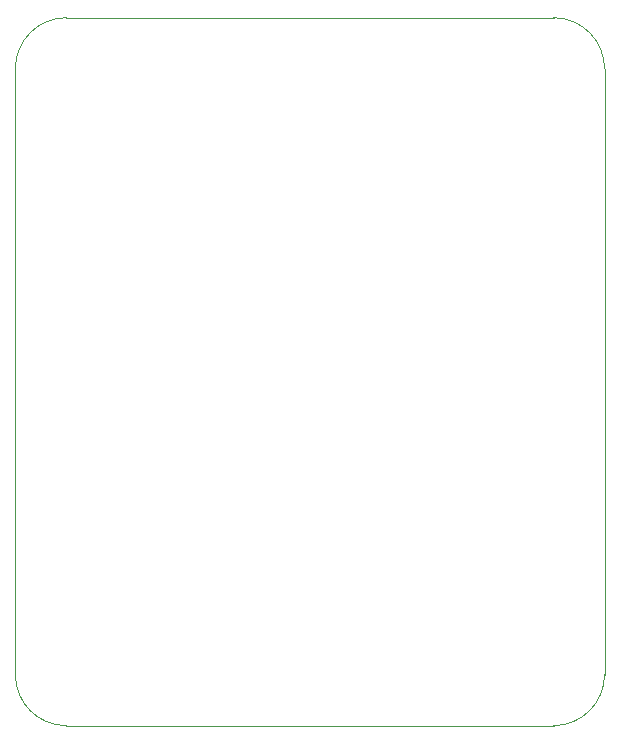
<source format=gm1>
%TF.GenerationSoftware,KiCad,Pcbnew,7.0.9*%
%TF.CreationDate,2023-12-28T11:13:05-05:00*%
%TF.ProjectId,esp32_sensor_node,65737033-325f-4736-956e-736f725f6e6f,rev?*%
%TF.SameCoordinates,Original*%
%TF.FileFunction,Profile,NP*%
%FSLAX46Y46*%
G04 Gerber Fmt 4.6, Leading zero omitted, Abs format (unit mm)*
G04 Created by KiCad (PCBNEW 7.0.9) date 2023-12-28 11:13:05*
%MOMM*%
%LPD*%
G01*
G04 APERTURE LIST*
%TA.AperFunction,Profile*%
%ADD10C,0.100000*%
%TD*%
G04 APERTURE END LIST*
D10*
X69950000Y-24384000D02*
G75*
G03*
X65632000Y-20066000I-4318000J0D01*
G01*
X20066000Y-75692000D02*
X20066000Y-24384000D01*
X24384000Y-20066000D02*
G75*
G03*
X20066000Y-24384000I0J-4318000D01*
G01*
X20066000Y-75692000D02*
G75*
G03*
X24384000Y-80010000I4318000J0D01*
G01*
X65632000Y-20066000D02*
X24384000Y-20066000D01*
X69950000Y-75692000D02*
X69950000Y-24384000D01*
X24384000Y-80010000D02*
X65632000Y-80010000D01*
X65632000Y-80010000D02*
G75*
G03*
X69950000Y-75692000I0J4318000D01*
G01*
M02*

</source>
